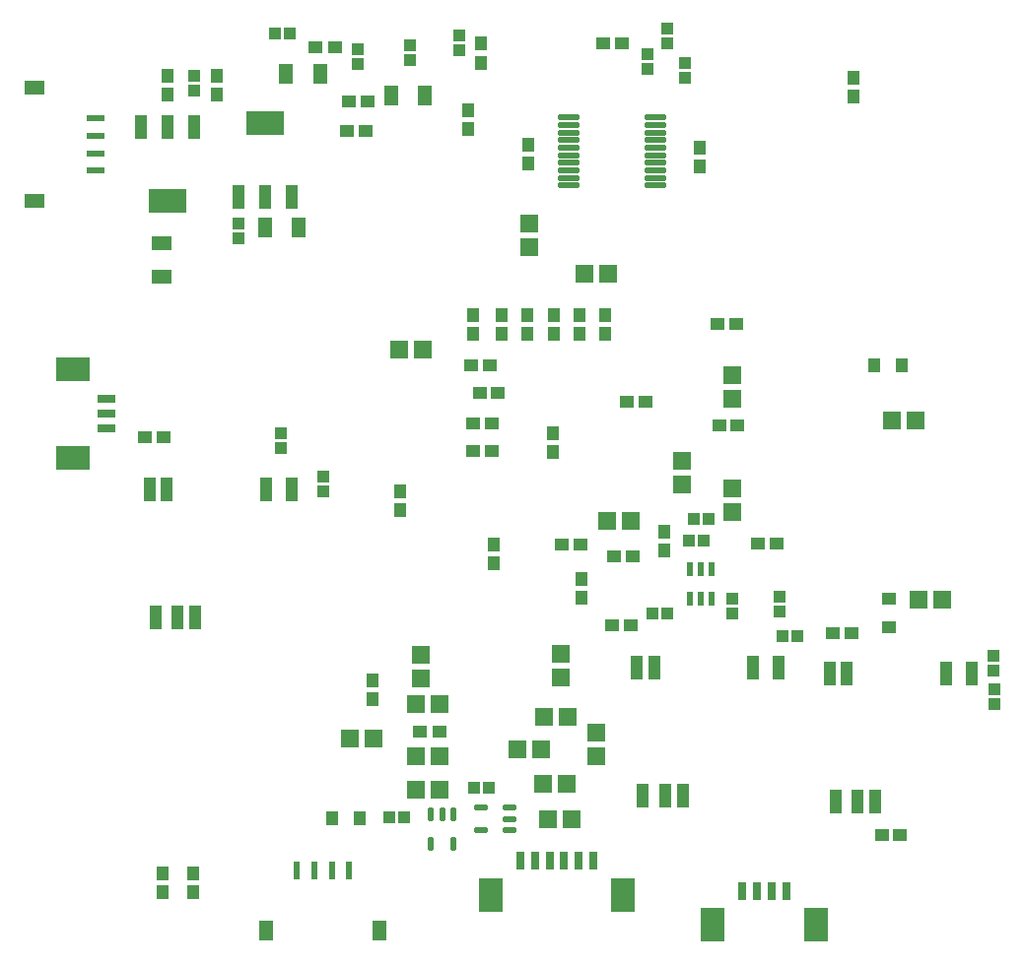
<source format=gbp>
G04*
G04 #@! TF.GenerationSoftware,Altium Limited,Altium Designer,21.1.1 (26)*
G04*
G04 Layer_Color=128*
%FSLAX44Y44*%
%MOMM*%
G71*
G04*
G04 #@! TF.SameCoordinates,DA55104B-334F-46BF-AAC2-A5A3D9E97D21*
G04*
G04*
G04 #@! TF.FilePolarity,Positive*
G04*
G01*
G75*
%ADD18R,0.8000X1.6000*%
%ADD19R,2.1000X3.0000*%
%ADD20R,1.0582X1.2061*%
%ADD21R,1.2061X1.0582*%
G04:AMPARAMS|DCode=23|XSize=0.45mm|YSize=1.85mm|CornerRadius=0.0495mm|HoleSize=0mm|Usage=FLASHONLY|Rotation=270.000|XOffset=0mm|YOffset=0mm|HoleType=Round|Shape=RoundedRectangle|*
%AMROUNDEDRECTD23*
21,1,0.4500,1.7510,0,0,270.0*
21,1,0.3510,1.8500,0,0,270.0*
1,1,0.0990,-0.8755,-0.1755*
1,1,0.0990,-0.8755,0.1755*
1,1,0.0990,0.8755,0.1755*
1,1,0.0990,0.8755,-0.1755*
%
%ADD23ROUNDEDRECTD23*%
%ADD26R,1.6000X0.8000*%
%ADD27R,3.0000X2.1000*%
%ADD33R,1.3000X1.8000*%
%ADD36R,1.2087X1.0121*%
%ADD39R,1.0000X1.0000*%
%ADD40R,1.0000X1.0000*%
%ADD43R,1.1000X1.2000*%
%ADD44R,1.2000X1.1000*%
%ADD45R,1.3000X1.0500*%
%ADD109R,1.5240X0.6000*%
%ADD110R,1.8000X1.2500*%
%ADD111R,1.0000X2.0320*%
%ADD112R,1.0000X2.0320*%
%ADD113R,0.6000X1.5240*%
%ADD114R,1.2500X1.8000*%
G04:AMPARAMS|DCode=115|XSize=1mm|YSize=2.05mm|CornerRadius=0.05mm|HoleSize=0mm|Usage=FLASHONLY|Rotation=180.000|XOffset=0mm|YOffset=0mm|HoleType=Round|Shape=RoundedRectangle|*
%AMROUNDEDRECTD115*
21,1,1.0000,1.9500,0,0,180.0*
21,1,0.9000,2.0500,0,0,180.0*
1,1,0.1000,-0.4500,0.9750*
1,1,0.1000,0.4500,0.9750*
1,1,0.1000,0.4500,-0.9750*
1,1,0.1000,-0.4500,-0.9750*
%
%ADD115ROUNDEDRECTD115*%
G04:AMPARAMS|DCode=116|XSize=3.25mm|YSize=2.05mm|CornerRadius=0.0513mm|HoleSize=0mm|Usage=FLASHONLY|Rotation=180.000|XOffset=0mm|YOffset=0mm|HoleType=Round|Shape=RoundedRectangle|*
%AMROUNDEDRECTD116*
21,1,3.2500,1.9475,0,0,180.0*
21,1,3.1475,2.0500,0,0,180.0*
1,1,0.1025,-1.5738,0.9738*
1,1,0.1025,1.5738,0.9738*
1,1,0.1025,1.5738,-0.9738*
1,1,0.1025,-1.5738,-0.9738*
%
%ADD116ROUNDEDRECTD116*%
%ADD117R,1.8000X1.3000*%
%ADD118R,1.5300X1.5000*%
%ADD119R,1.5000X1.5300*%
%ADD120R,1.0121X1.2087*%
%ADD121R,1.0500X1.3000*%
G04:AMPARAMS|DCode=122|XSize=1.21mm|YSize=0.59mm|CornerRadius=0.1475mm|HoleSize=0mm|Usage=FLASHONLY|Rotation=180.000|XOffset=0mm|YOffset=0mm|HoleType=Round|Shape=RoundedRectangle|*
%AMROUNDEDRECTD122*
21,1,1.2100,0.2950,0,0,180.0*
21,1,0.9150,0.5900,0,0,180.0*
1,1,0.2950,-0.4575,0.1475*
1,1,0.2950,0.4575,0.1475*
1,1,0.2950,0.4575,-0.1475*
1,1,0.2950,-0.4575,-0.1475*
%
%ADD122ROUNDEDRECTD122*%
G04:AMPARAMS|DCode=123|XSize=1.21mm|YSize=0.59mm|CornerRadius=0.1475mm|HoleSize=0mm|Usage=FLASHONLY|Rotation=270.000|XOffset=0mm|YOffset=0mm|HoleType=Round|Shape=RoundedRectangle|*
%AMROUNDEDRECTD123*
21,1,1.2100,0.2950,0,0,270.0*
21,1,0.9150,0.5900,0,0,270.0*
1,1,0.2950,-0.1475,-0.4575*
1,1,0.2950,-0.1475,0.4575*
1,1,0.2950,0.1475,0.4575*
1,1,0.2950,0.1475,-0.4575*
%
%ADD123ROUNDEDRECTD123*%
G04:AMPARAMS|DCode=124|XSize=1.21mm|YSize=0.58mm|CornerRadius=0.0725mm|HoleSize=0mm|Usage=FLASHONLY|Rotation=270.000|XOffset=0mm|YOffset=0mm|HoleType=Round|Shape=RoundedRectangle|*
%AMROUNDEDRECTD124*
21,1,1.2100,0.4350,0,0,270.0*
21,1,1.0650,0.5800,0,0,270.0*
1,1,0.1450,-0.2175,-0.5325*
1,1,0.1450,-0.2175,0.5325*
1,1,0.1450,0.2175,0.5325*
1,1,0.1450,0.2175,-0.5325*
%
%ADD124ROUNDEDRECTD124*%
D18*
X447556Y30358D02*
D03*
X435056D02*
D03*
X422556D02*
D03*
X410056D02*
D03*
X397556D02*
D03*
X385056D02*
D03*
X613288Y4704D02*
D03*
X600788D02*
D03*
X588288D02*
D03*
X575788D02*
D03*
D19*
X473056Y1358D02*
D03*
X359556D02*
D03*
X638787Y-24296D02*
D03*
X550288D02*
D03*
D20*
X77724Y19666D02*
D03*
Y3644D02*
D03*
X103632Y19275D02*
D03*
Y3253D02*
D03*
X437642Y256403D02*
D03*
Y272425D02*
D03*
X257860Y185300D02*
D03*
Y169278D02*
D03*
X124206Y689053D02*
D03*
Y705075D02*
D03*
X81788Y689053D02*
D03*
Y705075D02*
D03*
X538734Y627956D02*
D03*
Y643978D02*
D03*
X508920Y297131D02*
D03*
Y313153D02*
D03*
D21*
X669755Y226649D02*
D03*
X653734D02*
D03*
X62601Y395058D02*
D03*
X78623D02*
D03*
X605260Y303731D02*
D03*
X589239D02*
D03*
X235829Y658200D02*
D03*
X251851D02*
D03*
X472186Y733386D02*
D03*
X456164D02*
D03*
X463703Y232752D02*
D03*
X479725D02*
D03*
D23*
X426300Y611172D02*
D03*
Y617672D02*
D03*
Y624172D02*
D03*
Y630672D02*
D03*
Y637172D02*
D03*
Y643672D02*
D03*
Y650172D02*
D03*
Y656672D02*
D03*
Y663172D02*
D03*
Y669672D02*
D03*
X500800Y611172D02*
D03*
Y617672D02*
D03*
Y624172D02*
D03*
Y630672D02*
D03*
Y637172D02*
D03*
Y643672D02*
D03*
Y650172D02*
D03*
Y656672D02*
D03*
Y663172D02*
D03*
Y669672D02*
D03*
D26*
X29210Y402440D02*
D03*
Y414940D02*
D03*
Y427440D02*
D03*
D27*
X210Y376940D02*
D03*
Y452940D02*
D03*
D33*
X274126Y688755D02*
D03*
X303125D02*
D03*
X165840Y574890D02*
D03*
X194840D02*
D03*
X212744Y707391D02*
D03*
X183744D02*
D03*
D36*
X695309Y52641D02*
D03*
X711343D02*
D03*
X349869Y432650D02*
D03*
X365903D02*
D03*
X344170Y382612D02*
D03*
X360204D02*
D03*
X555609Y405218D02*
D03*
X571643D02*
D03*
X554450Y492086D02*
D03*
X570484D02*
D03*
X342757Y456780D02*
D03*
X358791D02*
D03*
X465185Y292188D02*
D03*
X481219D02*
D03*
X420481Y302094D02*
D03*
X436515D02*
D03*
X492395Y425284D02*
D03*
X476361D02*
D03*
X344170Y406742D02*
D03*
X360204D02*
D03*
X253492Y683094D02*
D03*
X237458D02*
D03*
D39*
X215646Y360514D02*
D03*
Y347814D02*
D03*
X142862Y566140D02*
D03*
Y578840D02*
D03*
X104902Y705737D02*
D03*
Y693037D02*
D03*
X245618Y715606D02*
D03*
Y728306D02*
D03*
X290322Y718908D02*
D03*
Y731608D02*
D03*
X332740Y727290D02*
D03*
Y739990D02*
D03*
X791718Y194144D02*
D03*
Y206844D02*
D03*
X791972Y165442D02*
D03*
Y178142D02*
D03*
X608076Y257644D02*
D03*
Y244944D02*
D03*
X511275Y733214D02*
D03*
Y745914D02*
D03*
X526170Y704142D02*
D03*
Y716842D02*
D03*
X493859Y723988D02*
D03*
Y711288D02*
D03*
X179324Y385660D02*
D03*
Y398360D02*
D03*
X566896Y255918D02*
D03*
Y243218D02*
D03*
D40*
X609854Y223608D02*
D03*
X622554D02*
D03*
X285482Y67850D02*
D03*
X272782D02*
D03*
X542544Y306055D02*
D03*
X529844D02*
D03*
X533654Y324240D02*
D03*
X546354D02*
D03*
X511558Y243384D02*
D03*
X498857D02*
D03*
X358003Y93543D02*
D03*
X345303D02*
D03*
X174244Y742022D02*
D03*
X186944D02*
D03*
D43*
X351536Y733504D02*
D03*
Y716504D02*
D03*
D44*
X298770Y141820D02*
D03*
X315770D02*
D03*
X225670Y729830D02*
D03*
X208670D02*
D03*
D45*
X701903Y231514D02*
D03*
Y255513D02*
D03*
D109*
X19810Y669018D02*
D03*
Y654018D02*
D03*
Y639018D02*
D03*
Y624018D02*
D03*
D110*
X-32090Y597968D02*
D03*
Y695068D02*
D03*
D111*
X90414Y239775D02*
D03*
X71564D02*
D03*
X81184Y350265D02*
D03*
X66284D02*
D03*
X105624Y239774D02*
D03*
X188534Y350265D02*
D03*
X509110Y86222D02*
D03*
X490260D02*
D03*
X499880Y196712D02*
D03*
X484980D02*
D03*
X524320Y86221D02*
D03*
X607230Y196712D02*
D03*
X674569Y81484D02*
D03*
X655719D02*
D03*
X665339Y191975D02*
D03*
X650439D02*
D03*
X689779Y81483D02*
D03*
X772689Y191975D02*
D03*
D112*
X166284Y350265D02*
D03*
X584980Y196712D02*
D03*
X750439Y191975D02*
D03*
D113*
X237892Y22184D02*
D03*
X222892D02*
D03*
X207892D02*
D03*
X192892D02*
D03*
D114*
X166842Y-29716D02*
D03*
X263942D02*
D03*
D115*
X58731Y661540D02*
D03*
X81731D02*
D03*
X104731D02*
D03*
X188862Y601560D02*
D03*
X165862D02*
D03*
X142862D02*
D03*
D116*
X81731Y598040D02*
D03*
X165862Y665060D02*
D03*
D117*
X76506Y561678D02*
D03*
Y532678D02*
D03*
D118*
X567436Y428078D02*
D03*
Y448398D02*
D03*
X392684Y578451D02*
D03*
Y558131D02*
D03*
X523748Y353905D02*
D03*
Y374225D02*
D03*
X299466Y207352D02*
D03*
Y187032D02*
D03*
X450342Y120235D02*
D03*
Y140555D02*
D03*
X419608Y188561D02*
D03*
Y208881D02*
D03*
X567436Y330034D02*
D03*
Y350354D02*
D03*
D119*
X301244Y470242D02*
D03*
X280924D02*
D03*
X479400Y322663D02*
D03*
X459080D02*
D03*
X439764Y534902D02*
D03*
X460084D02*
D03*
X295095Y120230D02*
D03*
X315415D02*
D03*
X382778Y126580D02*
D03*
X403098D02*
D03*
X238501Y135978D02*
D03*
X258821D02*
D03*
X727456Y255358D02*
D03*
X747776D02*
D03*
X703829Y409028D02*
D03*
X724149D02*
D03*
X295148Y165696D02*
D03*
X315468D02*
D03*
X315415Y91274D02*
D03*
X295095D02*
D03*
X405633Y154266D02*
D03*
X425953D02*
D03*
X424683Y96862D02*
D03*
X404363D02*
D03*
X408714Y66651D02*
D03*
X429035D02*
D03*
D120*
X413766Y499960D02*
D03*
Y483926D02*
D03*
X413258Y382215D02*
D03*
Y398249D02*
D03*
X362458Y302126D02*
D03*
Y286092D02*
D03*
X281432Y347846D02*
D03*
Y331812D02*
D03*
X368808Y499960D02*
D03*
Y483926D02*
D03*
X344424Y499960D02*
D03*
Y483926D02*
D03*
X391160Y499960D02*
D03*
Y483926D02*
D03*
X436118Y499849D02*
D03*
Y483815D02*
D03*
X457962Y499595D02*
D03*
Y483561D02*
D03*
X340106Y675636D02*
D03*
Y659602D02*
D03*
X670814Y703557D02*
D03*
Y687523D02*
D03*
X391922Y630119D02*
D03*
Y646153D02*
D03*
D121*
X247012Y67144D02*
D03*
X223012D02*
D03*
X712848Y456272D02*
D03*
X688848D02*
D03*
D122*
X375900Y76150D02*
D03*
X350800D02*
D03*
Y57151D02*
D03*
X375900D02*
D03*
Y66651D02*
D03*
D123*
X308254Y70251D02*
D03*
Y45150D02*
D03*
X327254D02*
D03*
Y70251D02*
D03*
X317754D02*
D03*
D124*
X530504Y281384D02*
D03*
X540004D02*
D03*
X549504D02*
D03*
X530504Y256284D02*
D03*
X540004D02*
D03*
X549504D02*
D03*
M02*

</source>
